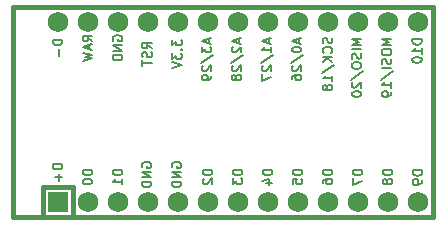
<source format=gbr>
%TF.GenerationSoftware,KiCad,Pcbnew,9.0.2*%
%TF.CreationDate,2025-05-12T22:42:14-05:00*%
%TF.ProjectId,excelsior,65786365-6c73-4696-9f72-2e6b69636164,rev?*%
%TF.SameCoordinates,Original*%
%TF.FileFunction,Legend,Bot*%
%TF.FilePolarity,Positive*%
%FSLAX46Y46*%
G04 Gerber Fmt 4.6, Leading zero omitted, Abs format (unit mm)*
G04 Created by KiCad (PCBNEW 9.0.2) date 2025-05-12 22:42:14*
%MOMM*%
%LPD*%
G01*
G04 APERTURE LIST*
%ADD10C,0.150000*%
%ADD11C,0.381000*%
%ADD12C,1.752600*%
%ADD13R,1.752600X1.752600*%
G04 APERTURE END LIST*
D10*
X132611495Y-27583505D02*
X132230542Y-27316838D01*
X132611495Y-27126362D02*
X131811495Y-27126362D01*
X131811495Y-27126362D02*
X131811495Y-27431124D01*
X131811495Y-27431124D02*
X131849590Y-27507314D01*
X131849590Y-27507314D02*
X131887685Y-27545409D01*
X131887685Y-27545409D02*
X131963876Y-27583505D01*
X131963876Y-27583505D02*
X132078161Y-27583505D01*
X132078161Y-27583505D02*
X132154352Y-27545409D01*
X132154352Y-27545409D02*
X132192447Y-27507314D01*
X132192447Y-27507314D02*
X132230542Y-27431124D01*
X132230542Y-27431124D02*
X132230542Y-27126362D01*
X132573400Y-27888266D02*
X132611495Y-28002552D01*
X132611495Y-28002552D02*
X132611495Y-28193028D01*
X132611495Y-28193028D02*
X132573400Y-28269219D01*
X132573400Y-28269219D02*
X132535304Y-28307314D01*
X132535304Y-28307314D02*
X132459114Y-28345409D01*
X132459114Y-28345409D02*
X132382923Y-28345409D01*
X132382923Y-28345409D02*
X132306733Y-28307314D01*
X132306733Y-28307314D02*
X132268638Y-28269219D01*
X132268638Y-28269219D02*
X132230542Y-28193028D01*
X132230542Y-28193028D02*
X132192447Y-28040647D01*
X132192447Y-28040647D02*
X132154352Y-27964457D01*
X132154352Y-27964457D02*
X132116257Y-27926362D01*
X132116257Y-27926362D02*
X132040066Y-27888266D01*
X132040066Y-27888266D02*
X131963876Y-27888266D01*
X131963876Y-27888266D02*
X131887685Y-27926362D01*
X131887685Y-27926362D02*
X131849590Y-27964457D01*
X131849590Y-27964457D02*
X131811495Y-28040647D01*
X131811495Y-28040647D02*
X131811495Y-28231124D01*
X131811495Y-28231124D02*
X131849590Y-28345409D01*
X131811495Y-28573981D02*
X131811495Y-29031124D01*
X132611495Y-28802552D02*
X131811495Y-28802552D01*
X152906095Y-26751905D02*
X152106095Y-26751905D01*
X152106095Y-26751905D02*
X152677523Y-27018571D01*
X152677523Y-27018571D02*
X152106095Y-27285238D01*
X152106095Y-27285238D02*
X152906095Y-27285238D01*
X152106095Y-27818572D02*
X152106095Y-27970953D01*
X152106095Y-27970953D02*
X152144190Y-28047143D01*
X152144190Y-28047143D02*
X152220380Y-28123334D01*
X152220380Y-28123334D02*
X152372761Y-28161429D01*
X152372761Y-28161429D02*
X152639428Y-28161429D01*
X152639428Y-28161429D02*
X152791809Y-28123334D01*
X152791809Y-28123334D02*
X152868000Y-28047143D01*
X152868000Y-28047143D02*
X152906095Y-27970953D01*
X152906095Y-27970953D02*
X152906095Y-27818572D01*
X152906095Y-27818572D02*
X152868000Y-27742381D01*
X152868000Y-27742381D02*
X152791809Y-27666191D01*
X152791809Y-27666191D02*
X152639428Y-27628095D01*
X152639428Y-27628095D02*
X152372761Y-27628095D01*
X152372761Y-27628095D02*
X152220380Y-27666191D01*
X152220380Y-27666191D02*
X152144190Y-27742381D01*
X152144190Y-27742381D02*
X152106095Y-27818572D01*
X152868000Y-28466190D02*
X152906095Y-28580476D01*
X152906095Y-28580476D02*
X152906095Y-28770952D01*
X152906095Y-28770952D02*
X152868000Y-28847143D01*
X152868000Y-28847143D02*
X152829904Y-28885238D01*
X152829904Y-28885238D02*
X152753714Y-28923333D01*
X152753714Y-28923333D02*
X152677523Y-28923333D01*
X152677523Y-28923333D02*
X152601333Y-28885238D01*
X152601333Y-28885238D02*
X152563238Y-28847143D01*
X152563238Y-28847143D02*
X152525142Y-28770952D01*
X152525142Y-28770952D02*
X152487047Y-28618571D01*
X152487047Y-28618571D02*
X152448952Y-28542381D01*
X152448952Y-28542381D02*
X152410857Y-28504286D01*
X152410857Y-28504286D02*
X152334666Y-28466190D01*
X152334666Y-28466190D02*
X152258476Y-28466190D01*
X152258476Y-28466190D02*
X152182285Y-28504286D01*
X152182285Y-28504286D02*
X152144190Y-28542381D01*
X152144190Y-28542381D02*
X152106095Y-28618571D01*
X152106095Y-28618571D02*
X152106095Y-28809048D01*
X152106095Y-28809048D02*
X152144190Y-28923333D01*
X152906095Y-29266191D02*
X152106095Y-29266191D01*
X152068000Y-30218571D02*
X153096571Y-29532857D01*
X152906095Y-30904285D02*
X152906095Y-30447142D01*
X152906095Y-30675714D02*
X152106095Y-30675714D01*
X152106095Y-30675714D02*
X152220380Y-30599523D01*
X152220380Y-30599523D02*
X152296571Y-30523333D01*
X152296571Y-30523333D02*
X152334666Y-30447142D01*
X152906095Y-31285238D02*
X152906095Y-31437619D01*
X152906095Y-31437619D02*
X152868000Y-31513809D01*
X152868000Y-31513809D02*
X152829904Y-31551905D01*
X152829904Y-31551905D02*
X152715619Y-31628095D01*
X152715619Y-31628095D02*
X152563238Y-31666190D01*
X152563238Y-31666190D02*
X152258476Y-31666190D01*
X152258476Y-31666190D02*
X152182285Y-31628095D01*
X152182285Y-31628095D02*
X152144190Y-31590000D01*
X152144190Y-31590000D02*
X152106095Y-31513809D01*
X152106095Y-31513809D02*
X152106095Y-31361428D01*
X152106095Y-31361428D02*
X152144190Y-31285238D01*
X152144190Y-31285238D02*
X152182285Y-31247143D01*
X152182285Y-31247143D02*
X152258476Y-31209047D01*
X152258476Y-31209047D02*
X152448952Y-31209047D01*
X152448952Y-31209047D02*
X152525142Y-31247143D01*
X152525142Y-31247143D02*
X152563238Y-31285238D01*
X152563238Y-31285238D02*
X152601333Y-31361428D01*
X152601333Y-31361428D02*
X152601333Y-31513809D01*
X152601333Y-31513809D02*
X152563238Y-31590000D01*
X152563238Y-31590000D02*
X152525142Y-31628095D01*
X152525142Y-31628095D02*
X152448952Y-31666190D01*
X134351495Y-26840647D02*
X134351495Y-27335885D01*
X134351495Y-27335885D02*
X134656257Y-27069219D01*
X134656257Y-27069219D02*
X134656257Y-27183504D01*
X134656257Y-27183504D02*
X134694352Y-27259695D01*
X134694352Y-27259695D02*
X134732447Y-27297790D01*
X134732447Y-27297790D02*
X134808638Y-27335885D01*
X134808638Y-27335885D02*
X134999114Y-27335885D01*
X134999114Y-27335885D02*
X135075304Y-27297790D01*
X135075304Y-27297790D02*
X135113400Y-27259695D01*
X135113400Y-27259695D02*
X135151495Y-27183504D01*
X135151495Y-27183504D02*
X135151495Y-26954933D01*
X135151495Y-26954933D02*
X135113400Y-26878742D01*
X135113400Y-26878742D02*
X135075304Y-26840647D01*
X135075304Y-27678743D02*
X135113400Y-27716838D01*
X135113400Y-27716838D02*
X135151495Y-27678743D01*
X135151495Y-27678743D02*
X135113400Y-27640647D01*
X135113400Y-27640647D02*
X135075304Y-27678743D01*
X135075304Y-27678743D02*
X135151495Y-27678743D01*
X134351495Y-27983504D02*
X134351495Y-28478742D01*
X134351495Y-28478742D02*
X134656257Y-28212076D01*
X134656257Y-28212076D02*
X134656257Y-28326361D01*
X134656257Y-28326361D02*
X134694352Y-28402552D01*
X134694352Y-28402552D02*
X134732447Y-28440647D01*
X134732447Y-28440647D02*
X134808638Y-28478742D01*
X134808638Y-28478742D02*
X134999114Y-28478742D01*
X134999114Y-28478742D02*
X135075304Y-28440647D01*
X135075304Y-28440647D02*
X135113400Y-28402552D01*
X135113400Y-28402552D02*
X135151495Y-28326361D01*
X135151495Y-28326361D02*
X135151495Y-28097790D01*
X135151495Y-28097790D02*
X135113400Y-28021599D01*
X135113400Y-28021599D02*
X135075304Y-27983504D01*
X134351495Y-28707314D02*
X135151495Y-28973981D01*
X135151495Y-28973981D02*
X134351495Y-29240647D01*
X127582295Y-26986619D02*
X127201342Y-26719952D01*
X127582295Y-26529476D02*
X126782295Y-26529476D01*
X126782295Y-26529476D02*
X126782295Y-26834238D01*
X126782295Y-26834238D02*
X126820390Y-26910428D01*
X126820390Y-26910428D02*
X126858485Y-26948523D01*
X126858485Y-26948523D02*
X126934676Y-26986619D01*
X126934676Y-26986619D02*
X127048961Y-26986619D01*
X127048961Y-26986619D02*
X127125152Y-26948523D01*
X127125152Y-26948523D02*
X127163247Y-26910428D01*
X127163247Y-26910428D02*
X127201342Y-26834238D01*
X127201342Y-26834238D02*
X127201342Y-26529476D01*
X127353723Y-27291380D02*
X127353723Y-27672333D01*
X127582295Y-27215190D02*
X126782295Y-27481857D01*
X126782295Y-27481857D02*
X127582295Y-27748523D01*
X126782295Y-27938999D02*
X127582295Y-28129475D01*
X127582295Y-28129475D02*
X127010866Y-28281856D01*
X127010866Y-28281856D02*
X127582295Y-28434237D01*
X127582295Y-28434237D02*
X126782295Y-28624714D01*
X147902295Y-37870524D02*
X147102295Y-37870524D01*
X147102295Y-37870524D02*
X147102295Y-38061000D01*
X147102295Y-38061000D02*
X147140390Y-38175286D01*
X147140390Y-38175286D02*
X147216580Y-38251476D01*
X147216580Y-38251476D02*
X147292771Y-38289571D01*
X147292771Y-38289571D02*
X147445152Y-38327667D01*
X147445152Y-38327667D02*
X147559438Y-38327667D01*
X147559438Y-38327667D02*
X147711819Y-38289571D01*
X147711819Y-38289571D02*
X147788009Y-38251476D01*
X147788009Y-38251476D02*
X147864200Y-38175286D01*
X147864200Y-38175286D02*
X147902295Y-38061000D01*
X147902295Y-38061000D02*
X147902295Y-37870524D01*
X147102295Y-39013381D02*
X147102295Y-38861000D01*
X147102295Y-38861000D02*
X147140390Y-38784809D01*
X147140390Y-38784809D02*
X147178485Y-38746714D01*
X147178485Y-38746714D02*
X147292771Y-38670524D01*
X147292771Y-38670524D02*
X147445152Y-38632428D01*
X147445152Y-38632428D02*
X147749914Y-38632428D01*
X147749914Y-38632428D02*
X147826104Y-38670524D01*
X147826104Y-38670524D02*
X147864200Y-38708619D01*
X147864200Y-38708619D02*
X147902295Y-38784809D01*
X147902295Y-38784809D02*
X147902295Y-38937190D01*
X147902295Y-38937190D02*
X147864200Y-39013381D01*
X147864200Y-39013381D02*
X147826104Y-39051476D01*
X147826104Y-39051476D02*
X147749914Y-39089571D01*
X147749914Y-39089571D02*
X147559438Y-39089571D01*
X147559438Y-39089571D02*
X147483247Y-39051476D01*
X147483247Y-39051476D02*
X147445152Y-39013381D01*
X147445152Y-39013381D02*
X147407057Y-38937190D01*
X147407057Y-38937190D02*
X147407057Y-38784809D01*
X147407057Y-38784809D02*
X147445152Y-38708619D01*
X147445152Y-38708619D02*
X147483247Y-38670524D01*
X147483247Y-38670524D02*
X147559438Y-38632428D01*
X137437523Y-26777218D02*
X137437523Y-27158171D01*
X137666095Y-26701028D02*
X136866095Y-26967695D01*
X136866095Y-26967695D02*
X137666095Y-27234361D01*
X136866095Y-27424837D02*
X136866095Y-27920075D01*
X136866095Y-27920075D02*
X137170857Y-27653409D01*
X137170857Y-27653409D02*
X137170857Y-27767694D01*
X137170857Y-27767694D02*
X137208952Y-27843885D01*
X137208952Y-27843885D02*
X137247047Y-27881980D01*
X137247047Y-27881980D02*
X137323238Y-27920075D01*
X137323238Y-27920075D02*
X137513714Y-27920075D01*
X137513714Y-27920075D02*
X137589904Y-27881980D01*
X137589904Y-27881980D02*
X137628000Y-27843885D01*
X137628000Y-27843885D02*
X137666095Y-27767694D01*
X137666095Y-27767694D02*
X137666095Y-27539123D01*
X137666095Y-27539123D02*
X137628000Y-27462932D01*
X137628000Y-27462932D02*
X137589904Y-27424837D01*
X136828000Y-28834361D02*
X137856571Y-28148647D01*
X136942285Y-29062932D02*
X136904190Y-29101028D01*
X136904190Y-29101028D02*
X136866095Y-29177218D01*
X136866095Y-29177218D02*
X136866095Y-29367694D01*
X136866095Y-29367694D02*
X136904190Y-29443885D01*
X136904190Y-29443885D02*
X136942285Y-29481980D01*
X136942285Y-29481980D02*
X137018476Y-29520075D01*
X137018476Y-29520075D02*
X137094666Y-29520075D01*
X137094666Y-29520075D02*
X137208952Y-29481980D01*
X137208952Y-29481980D02*
X137666095Y-29024837D01*
X137666095Y-29024837D02*
X137666095Y-29520075D01*
X137666095Y-29901028D02*
X137666095Y-30053409D01*
X137666095Y-30053409D02*
X137628000Y-30129599D01*
X137628000Y-30129599D02*
X137589904Y-30167695D01*
X137589904Y-30167695D02*
X137475619Y-30243885D01*
X137475619Y-30243885D02*
X137323238Y-30281980D01*
X137323238Y-30281980D02*
X137018476Y-30281980D01*
X137018476Y-30281980D02*
X136942285Y-30243885D01*
X136942285Y-30243885D02*
X136904190Y-30205790D01*
X136904190Y-30205790D02*
X136866095Y-30129599D01*
X136866095Y-30129599D02*
X136866095Y-29977218D01*
X136866095Y-29977218D02*
X136904190Y-29901028D01*
X136904190Y-29901028D02*
X136942285Y-29862933D01*
X136942285Y-29862933D02*
X137018476Y-29824837D01*
X137018476Y-29824837D02*
X137208952Y-29824837D01*
X137208952Y-29824837D02*
X137285142Y-29862933D01*
X137285142Y-29862933D02*
X137323238Y-29901028D01*
X137323238Y-29901028D02*
X137361333Y-29977218D01*
X137361333Y-29977218D02*
X137361333Y-30129599D01*
X137361333Y-30129599D02*
X137323238Y-30205790D01*
X137323238Y-30205790D02*
X137285142Y-30243885D01*
X137285142Y-30243885D02*
X137208952Y-30281980D01*
X145057523Y-26777218D02*
X145057523Y-27158171D01*
X145286095Y-26701028D02*
X144486095Y-26967695D01*
X144486095Y-26967695D02*
X145286095Y-27234361D01*
X144486095Y-27653409D02*
X144486095Y-27729599D01*
X144486095Y-27729599D02*
X144524190Y-27805790D01*
X144524190Y-27805790D02*
X144562285Y-27843885D01*
X144562285Y-27843885D02*
X144638476Y-27881980D01*
X144638476Y-27881980D02*
X144790857Y-27920075D01*
X144790857Y-27920075D02*
X144981333Y-27920075D01*
X144981333Y-27920075D02*
X145133714Y-27881980D01*
X145133714Y-27881980D02*
X145209904Y-27843885D01*
X145209904Y-27843885D02*
X145248000Y-27805790D01*
X145248000Y-27805790D02*
X145286095Y-27729599D01*
X145286095Y-27729599D02*
X145286095Y-27653409D01*
X145286095Y-27653409D02*
X145248000Y-27577218D01*
X145248000Y-27577218D02*
X145209904Y-27539123D01*
X145209904Y-27539123D02*
X145133714Y-27501028D01*
X145133714Y-27501028D02*
X144981333Y-27462932D01*
X144981333Y-27462932D02*
X144790857Y-27462932D01*
X144790857Y-27462932D02*
X144638476Y-27501028D01*
X144638476Y-27501028D02*
X144562285Y-27539123D01*
X144562285Y-27539123D02*
X144524190Y-27577218D01*
X144524190Y-27577218D02*
X144486095Y-27653409D01*
X144448000Y-28834361D02*
X145476571Y-28148647D01*
X144562285Y-29062932D02*
X144524190Y-29101028D01*
X144524190Y-29101028D02*
X144486095Y-29177218D01*
X144486095Y-29177218D02*
X144486095Y-29367694D01*
X144486095Y-29367694D02*
X144524190Y-29443885D01*
X144524190Y-29443885D02*
X144562285Y-29481980D01*
X144562285Y-29481980D02*
X144638476Y-29520075D01*
X144638476Y-29520075D02*
X144714666Y-29520075D01*
X144714666Y-29520075D02*
X144828952Y-29481980D01*
X144828952Y-29481980D02*
X145286095Y-29024837D01*
X145286095Y-29024837D02*
X145286095Y-29520075D01*
X144486095Y-30205790D02*
X144486095Y-30053409D01*
X144486095Y-30053409D02*
X144524190Y-29977218D01*
X144524190Y-29977218D02*
X144562285Y-29939123D01*
X144562285Y-29939123D02*
X144676571Y-29862933D01*
X144676571Y-29862933D02*
X144828952Y-29824837D01*
X144828952Y-29824837D02*
X145133714Y-29824837D01*
X145133714Y-29824837D02*
X145209904Y-29862933D01*
X145209904Y-29862933D02*
X145248000Y-29901028D01*
X145248000Y-29901028D02*
X145286095Y-29977218D01*
X145286095Y-29977218D02*
X145286095Y-30129599D01*
X145286095Y-30129599D02*
X145248000Y-30205790D01*
X145248000Y-30205790D02*
X145209904Y-30243885D01*
X145209904Y-30243885D02*
X145133714Y-30281980D01*
X145133714Y-30281980D02*
X144943238Y-30281980D01*
X144943238Y-30281980D02*
X144867047Y-30243885D01*
X144867047Y-30243885D02*
X144828952Y-30205790D01*
X144828952Y-30205790D02*
X144790857Y-30129599D01*
X144790857Y-30129599D02*
X144790857Y-29977218D01*
X144790857Y-29977218D02*
X144828952Y-29901028D01*
X144828952Y-29901028D02*
X144867047Y-29862933D01*
X144867047Y-29862933D02*
X144943238Y-29824837D01*
X130122295Y-37870524D02*
X129322295Y-37870524D01*
X129322295Y-37870524D02*
X129322295Y-38061000D01*
X129322295Y-38061000D02*
X129360390Y-38175286D01*
X129360390Y-38175286D02*
X129436580Y-38251476D01*
X129436580Y-38251476D02*
X129512771Y-38289571D01*
X129512771Y-38289571D02*
X129665152Y-38327667D01*
X129665152Y-38327667D02*
X129779438Y-38327667D01*
X129779438Y-38327667D02*
X129931819Y-38289571D01*
X129931819Y-38289571D02*
X130008009Y-38251476D01*
X130008009Y-38251476D02*
X130084200Y-38175286D01*
X130084200Y-38175286D02*
X130122295Y-38061000D01*
X130122295Y-38061000D02*
X130122295Y-37870524D01*
X130122295Y-39089571D02*
X130122295Y-38632428D01*
X130122295Y-38861000D02*
X129322295Y-38861000D01*
X129322295Y-38861000D02*
X129436580Y-38784809D01*
X129436580Y-38784809D02*
X129512771Y-38708619D01*
X129512771Y-38708619D02*
X129550866Y-38632428D01*
X125042295Y-37375238D02*
X124242295Y-37375238D01*
X124242295Y-37375238D02*
X124242295Y-37565714D01*
X124242295Y-37565714D02*
X124280390Y-37680000D01*
X124280390Y-37680000D02*
X124356580Y-37756190D01*
X124356580Y-37756190D02*
X124432771Y-37794285D01*
X124432771Y-37794285D02*
X124585152Y-37832381D01*
X124585152Y-37832381D02*
X124699438Y-37832381D01*
X124699438Y-37832381D02*
X124851819Y-37794285D01*
X124851819Y-37794285D02*
X124928009Y-37756190D01*
X124928009Y-37756190D02*
X125004200Y-37680000D01*
X125004200Y-37680000D02*
X125042295Y-37565714D01*
X125042295Y-37565714D02*
X125042295Y-37375238D01*
X124737533Y-38175238D02*
X124737533Y-38784762D01*
X125042295Y-38480000D02*
X124432771Y-38480000D01*
X145362295Y-37870524D02*
X144562295Y-37870524D01*
X144562295Y-37870524D02*
X144562295Y-38061000D01*
X144562295Y-38061000D02*
X144600390Y-38175286D01*
X144600390Y-38175286D02*
X144676580Y-38251476D01*
X144676580Y-38251476D02*
X144752771Y-38289571D01*
X144752771Y-38289571D02*
X144905152Y-38327667D01*
X144905152Y-38327667D02*
X145019438Y-38327667D01*
X145019438Y-38327667D02*
X145171819Y-38289571D01*
X145171819Y-38289571D02*
X145248009Y-38251476D01*
X145248009Y-38251476D02*
X145324200Y-38175286D01*
X145324200Y-38175286D02*
X145362295Y-38061000D01*
X145362295Y-38061000D02*
X145362295Y-37870524D01*
X144562295Y-39051476D02*
X144562295Y-38670524D01*
X144562295Y-38670524D02*
X144943247Y-38632428D01*
X144943247Y-38632428D02*
X144905152Y-38670524D01*
X144905152Y-38670524D02*
X144867057Y-38746714D01*
X144867057Y-38746714D02*
X144867057Y-38937190D01*
X144867057Y-38937190D02*
X144905152Y-39013381D01*
X144905152Y-39013381D02*
X144943247Y-39051476D01*
X144943247Y-39051476D02*
X145019438Y-39089571D01*
X145019438Y-39089571D02*
X145209914Y-39089571D01*
X145209914Y-39089571D02*
X145286104Y-39051476D01*
X145286104Y-39051476D02*
X145324200Y-39013381D01*
X145324200Y-39013381D02*
X145362295Y-38937190D01*
X145362295Y-38937190D02*
X145362295Y-38746714D01*
X145362295Y-38746714D02*
X145324200Y-38670524D01*
X145324200Y-38670524D02*
X145286104Y-38632428D01*
X137742295Y-37870524D02*
X136942295Y-37870524D01*
X136942295Y-37870524D02*
X136942295Y-38061000D01*
X136942295Y-38061000D02*
X136980390Y-38175286D01*
X136980390Y-38175286D02*
X137056580Y-38251476D01*
X137056580Y-38251476D02*
X137132771Y-38289571D01*
X137132771Y-38289571D02*
X137285152Y-38327667D01*
X137285152Y-38327667D02*
X137399438Y-38327667D01*
X137399438Y-38327667D02*
X137551819Y-38289571D01*
X137551819Y-38289571D02*
X137628009Y-38251476D01*
X137628009Y-38251476D02*
X137704200Y-38175286D01*
X137704200Y-38175286D02*
X137742295Y-38061000D01*
X137742295Y-38061000D02*
X137742295Y-37870524D01*
X137018485Y-38632428D02*
X136980390Y-38670524D01*
X136980390Y-38670524D02*
X136942295Y-38746714D01*
X136942295Y-38746714D02*
X136942295Y-38937190D01*
X136942295Y-38937190D02*
X136980390Y-39013381D01*
X136980390Y-39013381D02*
X137018485Y-39051476D01*
X137018485Y-39051476D02*
X137094676Y-39089571D01*
X137094676Y-39089571D02*
X137170866Y-39089571D01*
X137170866Y-39089571D02*
X137285152Y-39051476D01*
X137285152Y-39051476D02*
X137742295Y-38594333D01*
X137742295Y-38594333D02*
X137742295Y-39089571D01*
X131824190Y-37648276D02*
X131786095Y-37572086D01*
X131786095Y-37572086D02*
X131786095Y-37457800D01*
X131786095Y-37457800D02*
X131824190Y-37343514D01*
X131824190Y-37343514D02*
X131900380Y-37267324D01*
X131900380Y-37267324D02*
X131976571Y-37229229D01*
X131976571Y-37229229D02*
X132128952Y-37191133D01*
X132128952Y-37191133D02*
X132243238Y-37191133D01*
X132243238Y-37191133D02*
X132395619Y-37229229D01*
X132395619Y-37229229D02*
X132471809Y-37267324D01*
X132471809Y-37267324D02*
X132548000Y-37343514D01*
X132548000Y-37343514D02*
X132586095Y-37457800D01*
X132586095Y-37457800D02*
X132586095Y-37533991D01*
X132586095Y-37533991D02*
X132548000Y-37648276D01*
X132548000Y-37648276D02*
X132509904Y-37686372D01*
X132509904Y-37686372D02*
X132243238Y-37686372D01*
X132243238Y-37686372D02*
X132243238Y-37533991D01*
X132586095Y-38029229D02*
X131786095Y-38029229D01*
X131786095Y-38029229D02*
X132586095Y-38486372D01*
X132586095Y-38486372D02*
X131786095Y-38486372D01*
X132586095Y-38867324D02*
X131786095Y-38867324D01*
X131786095Y-38867324D02*
X131786095Y-39057800D01*
X131786095Y-39057800D02*
X131824190Y-39172086D01*
X131824190Y-39172086D02*
X131900380Y-39248276D01*
X131900380Y-39248276D02*
X131976571Y-39286371D01*
X131976571Y-39286371D02*
X132128952Y-39324467D01*
X132128952Y-39324467D02*
X132243238Y-39324467D01*
X132243238Y-39324467D02*
X132395619Y-39286371D01*
X132395619Y-39286371D02*
X132471809Y-39248276D01*
X132471809Y-39248276D02*
X132548000Y-39172086D01*
X132548000Y-39172086D02*
X132586095Y-39057800D01*
X132586095Y-39057800D02*
X132586095Y-38867324D01*
X150366095Y-26751905D02*
X149566095Y-26751905D01*
X149566095Y-26751905D02*
X150137523Y-27018571D01*
X150137523Y-27018571D02*
X149566095Y-27285238D01*
X149566095Y-27285238D02*
X150366095Y-27285238D01*
X150366095Y-27666191D02*
X149566095Y-27666191D01*
X150328000Y-28009047D02*
X150366095Y-28123333D01*
X150366095Y-28123333D02*
X150366095Y-28313809D01*
X150366095Y-28313809D02*
X150328000Y-28390000D01*
X150328000Y-28390000D02*
X150289904Y-28428095D01*
X150289904Y-28428095D02*
X150213714Y-28466190D01*
X150213714Y-28466190D02*
X150137523Y-28466190D01*
X150137523Y-28466190D02*
X150061333Y-28428095D01*
X150061333Y-28428095D02*
X150023238Y-28390000D01*
X150023238Y-28390000D02*
X149985142Y-28313809D01*
X149985142Y-28313809D02*
X149947047Y-28161428D01*
X149947047Y-28161428D02*
X149908952Y-28085238D01*
X149908952Y-28085238D02*
X149870857Y-28047143D01*
X149870857Y-28047143D02*
X149794666Y-28009047D01*
X149794666Y-28009047D02*
X149718476Y-28009047D01*
X149718476Y-28009047D02*
X149642285Y-28047143D01*
X149642285Y-28047143D02*
X149604190Y-28085238D01*
X149604190Y-28085238D02*
X149566095Y-28161428D01*
X149566095Y-28161428D02*
X149566095Y-28351905D01*
X149566095Y-28351905D02*
X149604190Y-28466190D01*
X149566095Y-28961429D02*
X149566095Y-29113810D01*
X149566095Y-29113810D02*
X149604190Y-29190000D01*
X149604190Y-29190000D02*
X149680380Y-29266191D01*
X149680380Y-29266191D02*
X149832761Y-29304286D01*
X149832761Y-29304286D02*
X150099428Y-29304286D01*
X150099428Y-29304286D02*
X150251809Y-29266191D01*
X150251809Y-29266191D02*
X150328000Y-29190000D01*
X150328000Y-29190000D02*
X150366095Y-29113810D01*
X150366095Y-29113810D02*
X150366095Y-28961429D01*
X150366095Y-28961429D02*
X150328000Y-28885238D01*
X150328000Y-28885238D02*
X150251809Y-28809048D01*
X150251809Y-28809048D02*
X150099428Y-28770952D01*
X150099428Y-28770952D02*
X149832761Y-28770952D01*
X149832761Y-28770952D02*
X149680380Y-28809048D01*
X149680380Y-28809048D02*
X149604190Y-28885238D01*
X149604190Y-28885238D02*
X149566095Y-28961429D01*
X149528000Y-30218571D02*
X150556571Y-29532857D01*
X149642285Y-30447142D02*
X149604190Y-30485238D01*
X149604190Y-30485238D02*
X149566095Y-30561428D01*
X149566095Y-30561428D02*
X149566095Y-30751904D01*
X149566095Y-30751904D02*
X149604190Y-30828095D01*
X149604190Y-30828095D02*
X149642285Y-30866190D01*
X149642285Y-30866190D02*
X149718476Y-30904285D01*
X149718476Y-30904285D02*
X149794666Y-30904285D01*
X149794666Y-30904285D02*
X149908952Y-30866190D01*
X149908952Y-30866190D02*
X150366095Y-30409047D01*
X150366095Y-30409047D02*
X150366095Y-30904285D01*
X149566095Y-31399524D02*
X149566095Y-31475714D01*
X149566095Y-31475714D02*
X149604190Y-31551905D01*
X149604190Y-31551905D02*
X149642285Y-31590000D01*
X149642285Y-31590000D02*
X149718476Y-31628095D01*
X149718476Y-31628095D02*
X149870857Y-31666190D01*
X149870857Y-31666190D02*
X150061333Y-31666190D01*
X150061333Y-31666190D02*
X150213714Y-31628095D01*
X150213714Y-31628095D02*
X150289904Y-31590000D01*
X150289904Y-31590000D02*
X150328000Y-31551905D01*
X150328000Y-31551905D02*
X150366095Y-31475714D01*
X150366095Y-31475714D02*
X150366095Y-31399524D01*
X150366095Y-31399524D02*
X150328000Y-31323333D01*
X150328000Y-31323333D02*
X150289904Y-31285238D01*
X150289904Y-31285238D02*
X150213714Y-31247143D01*
X150213714Y-31247143D02*
X150061333Y-31209047D01*
X150061333Y-31209047D02*
X149870857Y-31209047D01*
X149870857Y-31209047D02*
X149718476Y-31247143D01*
X149718476Y-31247143D02*
X149642285Y-31285238D01*
X149642285Y-31285238D02*
X149604190Y-31323333D01*
X149604190Y-31323333D02*
X149566095Y-31399524D01*
X155496895Y-26796171D02*
X154696895Y-26796171D01*
X154696895Y-26796171D02*
X154696895Y-26986647D01*
X154696895Y-26986647D02*
X154734990Y-27100933D01*
X154734990Y-27100933D02*
X154811180Y-27177123D01*
X154811180Y-27177123D02*
X154887371Y-27215218D01*
X154887371Y-27215218D02*
X155039752Y-27253314D01*
X155039752Y-27253314D02*
X155154038Y-27253314D01*
X155154038Y-27253314D02*
X155306419Y-27215218D01*
X155306419Y-27215218D02*
X155382609Y-27177123D01*
X155382609Y-27177123D02*
X155458800Y-27100933D01*
X155458800Y-27100933D02*
X155496895Y-26986647D01*
X155496895Y-26986647D02*
X155496895Y-26796171D01*
X155496895Y-28015218D02*
X155496895Y-27558075D01*
X155496895Y-27786647D02*
X154696895Y-27786647D01*
X154696895Y-27786647D02*
X154811180Y-27710456D01*
X154811180Y-27710456D02*
X154887371Y-27634266D01*
X154887371Y-27634266D02*
X154925466Y-27558075D01*
X154696895Y-28510457D02*
X154696895Y-28586647D01*
X154696895Y-28586647D02*
X154734990Y-28662838D01*
X154734990Y-28662838D02*
X154773085Y-28700933D01*
X154773085Y-28700933D02*
X154849276Y-28739028D01*
X154849276Y-28739028D02*
X155001657Y-28777123D01*
X155001657Y-28777123D02*
X155192133Y-28777123D01*
X155192133Y-28777123D02*
X155344514Y-28739028D01*
X155344514Y-28739028D02*
X155420704Y-28700933D01*
X155420704Y-28700933D02*
X155458800Y-28662838D01*
X155458800Y-28662838D02*
X155496895Y-28586647D01*
X155496895Y-28586647D02*
X155496895Y-28510457D01*
X155496895Y-28510457D02*
X155458800Y-28434266D01*
X155458800Y-28434266D02*
X155420704Y-28396171D01*
X155420704Y-28396171D02*
X155344514Y-28358076D01*
X155344514Y-28358076D02*
X155192133Y-28319980D01*
X155192133Y-28319980D02*
X155001657Y-28319980D01*
X155001657Y-28319980D02*
X154849276Y-28358076D01*
X154849276Y-28358076D02*
X154773085Y-28396171D01*
X154773085Y-28396171D02*
X154734990Y-28434266D01*
X154734990Y-28434266D02*
X154696895Y-28510457D01*
X129360390Y-26929476D02*
X129322295Y-26853286D01*
X129322295Y-26853286D02*
X129322295Y-26739000D01*
X129322295Y-26739000D02*
X129360390Y-26624714D01*
X129360390Y-26624714D02*
X129436580Y-26548524D01*
X129436580Y-26548524D02*
X129512771Y-26510429D01*
X129512771Y-26510429D02*
X129665152Y-26472333D01*
X129665152Y-26472333D02*
X129779438Y-26472333D01*
X129779438Y-26472333D02*
X129931819Y-26510429D01*
X129931819Y-26510429D02*
X130008009Y-26548524D01*
X130008009Y-26548524D02*
X130084200Y-26624714D01*
X130084200Y-26624714D02*
X130122295Y-26739000D01*
X130122295Y-26739000D02*
X130122295Y-26815191D01*
X130122295Y-26815191D02*
X130084200Y-26929476D01*
X130084200Y-26929476D02*
X130046104Y-26967572D01*
X130046104Y-26967572D02*
X129779438Y-26967572D01*
X129779438Y-26967572D02*
X129779438Y-26815191D01*
X130122295Y-27310429D02*
X129322295Y-27310429D01*
X129322295Y-27310429D02*
X130122295Y-27767572D01*
X130122295Y-27767572D02*
X129322295Y-27767572D01*
X130122295Y-28148524D02*
X129322295Y-28148524D01*
X129322295Y-28148524D02*
X129322295Y-28339000D01*
X129322295Y-28339000D02*
X129360390Y-28453286D01*
X129360390Y-28453286D02*
X129436580Y-28529476D01*
X129436580Y-28529476D02*
X129512771Y-28567571D01*
X129512771Y-28567571D02*
X129665152Y-28605667D01*
X129665152Y-28605667D02*
X129779438Y-28605667D01*
X129779438Y-28605667D02*
X129931819Y-28567571D01*
X129931819Y-28567571D02*
X130008009Y-28529476D01*
X130008009Y-28529476D02*
X130084200Y-28453286D01*
X130084200Y-28453286D02*
X130122295Y-28339000D01*
X130122295Y-28339000D02*
X130122295Y-28148524D01*
X134364190Y-37648276D02*
X134326095Y-37572086D01*
X134326095Y-37572086D02*
X134326095Y-37457800D01*
X134326095Y-37457800D02*
X134364190Y-37343514D01*
X134364190Y-37343514D02*
X134440380Y-37267324D01*
X134440380Y-37267324D02*
X134516571Y-37229229D01*
X134516571Y-37229229D02*
X134668952Y-37191133D01*
X134668952Y-37191133D02*
X134783238Y-37191133D01*
X134783238Y-37191133D02*
X134935619Y-37229229D01*
X134935619Y-37229229D02*
X135011809Y-37267324D01*
X135011809Y-37267324D02*
X135088000Y-37343514D01*
X135088000Y-37343514D02*
X135126095Y-37457800D01*
X135126095Y-37457800D02*
X135126095Y-37533991D01*
X135126095Y-37533991D02*
X135088000Y-37648276D01*
X135088000Y-37648276D02*
X135049904Y-37686372D01*
X135049904Y-37686372D02*
X134783238Y-37686372D01*
X134783238Y-37686372D02*
X134783238Y-37533991D01*
X135126095Y-38029229D02*
X134326095Y-38029229D01*
X134326095Y-38029229D02*
X135126095Y-38486372D01*
X135126095Y-38486372D02*
X134326095Y-38486372D01*
X135126095Y-38867324D02*
X134326095Y-38867324D01*
X134326095Y-38867324D02*
X134326095Y-39057800D01*
X134326095Y-39057800D02*
X134364190Y-39172086D01*
X134364190Y-39172086D02*
X134440380Y-39248276D01*
X134440380Y-39248276D02*
X134516571Y-39286371D01*
X134516571Y-39286371D02*
X134668952Y-39324467D01*
X134668952Y-39324467D02*
X134783238Y-39324467D01*
X134783238Y-39324467D02*
X134935619Y-39286371D01*
X134935619Y-39286371D02*
X135011809Y-39248276D01*
X135011809Y-39248276D02*
X135088000Y-39172086D01*
X135088000Y-39172086D02*
X135126095Y-39057800D01*
X135126095Y-39057800D02*
X135126095Y-38867324D01*
X152982295Y-37870524D02*
X152182295Y-37870524D01*
X152182295Y-37870524D02*
X152182295Y-38061000D01*
X152182295Y-38061000D02*
X152220390Y-38175286D01*
X152220390Y-38175286D02*
X152296580Y-38251476D01*
X152296580Y-38251476D02*
X152372771Y-38289571D01*
X152372771Y-38289571D02*
X152525152Y-38327667D01*
X152525152Y-38327667D02*
X152639438Y-38327667D01*
X152639438Y-38327667D02*
X152791819Y-38289571D01*
X152791819Y-38289571D02*
X152868009Y-38251476D01*
X152868009Y-38251476D02*
X152944200Y-38175286D01*
X152944200Y-38175286D02*
X152982295Y-38061000D01*
X152982295Y-38061000D02*
X152982295Y-37870524D01*
X152525152Y-38784809D02*
X152487057Y-38708619D01*
X152487057Y-38708619D02*
X152448961Y-38670524D01*
X152448961Y-38670524D02*
X152372771Y-38632428D01*
X152372771Y-38632428D02*
X152334676Y-38632428D01*
X152334676Y-38632428D02*
X152258485Y-38670524D01*
X152258485Y-38670524D02*
X152220390Y-38708619D01*
X152220390Y-38708619D02*
X152182295Y-38784809D01*
X152182295Y-38784809D02*
X152182295Y-38937190D01*
X152182295Y-38937190D02*
X152220390Y-39013381D01*
X152220390Y-39013381D02*
X152258485Y-39051476D01*
X152258485Y-39051476D02*
X152334676Y-39089571D01*
X152334676Y-39089571D02*
X152372771Y-39089571D01*
X152372771Y-39089571D02*
X152448961Y-39051476D01*
X152448961Y-39051476D02*
X152487057Y-39013381D01*
X152487057Y-39013381D02*
X152525152Y-38937190D01*
X152525152Y-38937190D02*
X152525152Y-38784809D01*
X152525152Y-38784809D02*
X152563247Y-38708619D01*
X152563247Y-38708619D02*
X152601342Y-38670524D01*
X152601342Y-38670524D02*
X152677533Y-38632428D01*
X152677533Y-38632428D02*
X152829914Y-38632428D01*
X152829914Y-38632428D02*
X152906104Y-38670524D01*
X152906104Y-38670524D02*
X152944200Y-38708619D01*
X152944200Y-38708619D02*
X152982295Y-38784809D01*
X152982295Y-38784809D02*
X152982295Y-38937190D01*
X152982295Y-38937190D02*
X152944200Y-39013381D01*
X152944200Y-39013381D02*
X152906104Y-39051476D01*
X152906104Y-39051476D02*
X152829914Y-39089571D01*
X152829914Y-39089571D02*
X152677533Y-39089571D01*
X152677533Y-39089571D02*
X152601342Y-39051476D01*
X152601342Y-39051476D02*
X152563247Y-39013381D01*
X152563247Y-39013381D02*
X152525152Y-38937190D01*
X150442295Y-37870524D02*
X149642295Y-37870524D01*
X149642295Y-37870524D02*
X149642295Y-38061000D01*
X149642295Y-38061000D02*
X149680390Y-38175286D01*
X149680390Y-38175286D02*
X149756580Y-38251476D01*
X149756580Y-38251476D02*
X149832771Y-38289571D01*
X149832771Y-38289571D02*
X149985152Y-38327667D01*
X149985152Y-38327667D02*
X150099438Y-38327667D01*
X150099438Y-38327667D02*
X150251819Y-38289571D01*
X150251819Y-38289571D02*
X150328009Y-38251476D01*
X150328009Y-38251476D02*
X150404200Y-38175286D01*
X150404200Y-38175286D02*
X150442295Y-38061000D01*
X150442295Y-38061000D02*
X150442295Y-37870524D01*
X149642295Y-38594333D02*
X149642295Y-39127667D01*
X149642295Y-39127667D02*
X150442295Y-38784809D01*
X125042295Y-26834238D02*
X124242295Y-26834238D01*
X124242295Y-26834238D02*
X124242295Y-27024714D01*
X124242295Y-27024714D02*
X124280390Y-27139000D01*
X124280390Y-27139000D02*
X124356580Y-27215190D01*
X124356580Y-27215190D02*
X124432771Y-27253285D01*
X124432771Y-27253285D02*
X124585152Y-27291381D01*
X124585152Y-27291381D02*
X124699438Y-27291381D01*
X124699438Y-27291381D02*
X124851819Y-27253285D01*
X124851819Y-27253285D02*
X124928009Y-27215190D01*
X124928009Y-27215190D02*
X125004200Y-27139000D01*
X125004200Y-27139000D02*
X125042295Y-27024714D01*
X125042295Y-27024714D02*
X125042295Y-26834238D01*
X124737533Y-27634238D02*
X124737533Y-28243762D01*
X127582295Y-37870524D02*
X126782295Y-37870524D01*
X126782295Y-37870524D02*
X126782295Y-38061000D01*
X126782295Y-38061000D02*
X126820390Y-38175286D01*
X126820390Y-38175286D02*
X126896580Y-38251476D01*
X126896580Y-38251476D02*
X126972771Y-38289571D01*
X126972771Y-38289571D02*
X127125152Y-38327667D01*
X127125152Y-38327667D02*
X127239438Y-38327667D01*
X127239438Y-38327667D02*
X127391819Y-38289571D01*
X127391819Y-38289571D02*
X127468009Y-38251476D01*
X127468009Y-38251476D02*
X127544200Y-38175286D01*
X127544200Y-38175286D02*
X127582295Y-38061000D01*
X127582295Y-38061000D02*
X127582295Y-37870524D01*
X126782295Y-38822905D02*
X126782295Y-38899095D01*
X126782295Y-38899095D02*
X126820390Y-38975286D01*
X126820390Y-38975286D02*
X126858485Y-39013381D01*
X126858485Y-39013381D02*
X126934676Y-39051476D01*
X126934676Y-39051476D02*
X127087057Y-39089571D01*
X127087057Y-39089571D02*
X127277533Y-39089571D01*
X127277533Y-39089571D02*
X127429914Y-39051476D01*
X127429914Y-39051476D02*
X127506104Y-39013381D01*
X127506104Y-39013381D02*
X127544200Y-38975286D01*
X127544200Y-38975286D02*
X127582295Y-38899095D01*
X127582295Y-38899095D02*
X127582295Y-38822905D01*
X127582295Y-38822905D02*
X127544200Y-38746714D01*
X127544200Y-38746714D02*
X127506104Y-38708619D01*
X127506104Y-38708619D02*
X127429914Y-38670524D01*
X127429914Y-38670524D02*
X127277533Y-38632428D01*
X127277533Y-38632428D02*
X127087057Y-38632428D01*
X127087057Y-38632428D02*
X126934676Y-38670524D01*
X126934676Y-38670524D02*
X126858485Y-38708619D01*
X126858485Y-38708619D02*
X126820390Y-38746714D01*
X126820390Y-38746714D02*
X126782295Y-38822905D01*
X140282295Y-37870524D02*
X139482295Y-37870524D01*
X139482295Y-37870524D02*
X139482295Y-38061000D01*
X139482295Y-38061000D02*
X139520390Y-38175286D01*
X139520390Y-38175286D02*
X139596580Y-38251476D01*
X139596580Y-38251476D02*
X139672771Y-38289571D01*
X139672771Y-38289571D02*
X139825152Y-38327667D01*
X139825152Y-38327667D02*
X139939438Y-38327667D01*
X139939438Y-38327667D02*
X140091819Y-38289571D01*
X140091819Y-38289571D02*
X140168009Y-38251476D01*
X140168009Y-38251476D02*
X140244200Y-38175286D01*
X140244200Y-38175286D02*
X140282295Y-38061000D01*
X140282295Y-38061000D02*
X140282295Y-37870524D01*
X139482295Y-38594333D02*
X139482295Y-39089571D01*
X139482295Y-39089571D02*
X139787057Y-38822905D01*
X139787057Y-38822905D02*
X139787057Y-38937190D01*
X139787057Y-38937190D02*
X139825152Y-39013381D01*
X139825152Y-39013381D02*
X139863247Y-39051476D01*
X139863247Y-39051476D02*
X139939438Y-39089571D01*
X139939438Y-39089571D02*
X140129914Y-39089571D01*
X140129914Y-39089571D02*
X140206104Y-39051476D01*
X140206104Y-39051476D02*
X140244200Y-39013381D01*
X140244200Y-39013381D02*
X140282295Y-38937190D01*
X140282295Y-38937190D02*
X140282295Y-38708619D01*
X140282295Y-38708619D02*
X140244200Y-38632428D01*
X140244200Y-38632428D02*
X140206104Y-38594333D01*
X155512295Y-37909524D02*
X154712295Y-37909524D01*
X154712295Y-37909524D02*
X154712295Y-38100000D01*
X154712295Y-38100000D02*
X154750390Y-38214286D01*
X154750390Y-38214286D02*
X154826580Y-38290476D01*
X154826580Y-38290476D02*
X154902771Y-38328571D01*
X154902771Y-38328571D02*
X155055152Y-38366667D01*
X155055152Y-38366667D02*
X155169438Y-38366667D01*
X155169438Y-38366667D02*
X155321819Y-38328571D01*
X155321819Y-38328571D02*
X155398009Y-38290476D01*
X155398009Y-38290476D02*
X155474200Y-38214286D01*
X155474200Y-38214286D02*
X155512295Y-38100000D01*
X155512295Y-38100000D02*
X155512295Y-37909524D01*
X155512295Y-38747619D02*
X155512295Y-38900000D01*
X155512295Y-38900000D02*
X155474200Y-38976190D01*
X155474200Y-38976190D02*
X155436104Y-39014286D01*
X155436104Y-39014286D02*
X155321819Y-39090476D01*
X155321819Y-39090476D02*
X155169438Y-39128571D01*
X155169438Y-39128571D02*
X154864676Y-39128571D01*
X154864676Y-39128571D02*
X154788485Y-39090476D01*
X154788485Y-39090476D02*
X154750390Y-39052381D01*
X154750390Y-39052381D02*
X154712295Y-38976190D01*
X154712295Y-38976190D02*
X154712295Y-38823809D01*
X154712295Y-38823809D02*
X154750390Y-38747619D01*
X154750390Y-38747619D02*
X154788485Y-38709524D01*
X154788485Y-38709524D02*
X154864676Y-38671428D01*
X154864676Y-38671428D02*
X155055152Y-38671428D01*
X155055152Y-38671428D02*
X155131342Y-38709524D01*
X155131342Y-38709524D02*
X155169438Y-38747619D01*
X155169438Y-38747619D02*
X155207533Y-38823809D01*
X155207533Y-38823809D02*
X155207533Y-38976190D01*
X155207533Y-38976190D02*
X155169438Y-39052381D01*
X155169438Y-39052381D02*
X155131342Y-39090476D01*
X155131342Y-39090476D02*
X155055152Y-39128571D01*
X139977523Y-26777218D02*
X139977523Y-27158171D01*
X140206095Y-26701028D02*
X139406095Y-26967695D01*
X139406095Y-26967695D02*
X140206095Y-27234361D01*
X139482285Y-27462932D02*
X139444190Y-27501028D01*
X139444190Y-27501028D02*
X139406095Y-27577218D01*
X139406095Y-27577218D02*
X139406095Y-27767694D01*
X139406095Y-27767694D02*
X139444190Y-27843885D01*
X139444190Y-27843885D02*
X139482285Y-27881980D01*
X139482285Y-27881980D02*
X139558476Y-27920075D01*
X139558476Y-27920075D02*
X139634666Y-27920075D01*
X139634666Y-27920075D02*
X139748952Y-27881980D01*
X139748952Y-27881980D02*
X140206095Y-27424837D01*
X140206095Y-27424837D02*
X140206095Y-27920075D01*
X139368000Y-28834361D02*
X140396571Y-28148647D01*
X139482285Y-29062932D02*
X139444190Y-29101028D01*
X139444190Y-29101028D02*
X139406095Y-29177218D01*
X139406095Y-29177218D02*
X139406095Y-29367694D01*
X139406095Y-29367694D02*
X139444190Y-29443885D01*
X139444190Y-29443885D02*
X139482285Y-29481980D01*
X139482285Y-29481980D02*
X139558476Y-29520075D01*
X139558476Y-29520075D02*
X139634666Y-29520075D01*
X139634666Y-29520075D02*
X139748952Y-29481980D01*
X139748952Y-29481980D02*
X140206095Y-29024837D01*
X140206095Y-29024837D02*
X140206095Y-29520075D01*
X139748952Y-29977218D02*
X139710857Y-29901028D01*
X139710857Y-29901028D02*
X139672761Y-29862933D01*
X139672761Y-29862933D02*
X139596571Y-29824837D01*
X139596571Y-29824837D02*
X139558476Y-29824837D01*
X139558476Y-29824837D02*
X139482285Y-29862933D01*
X139482285Y-29862933D02*
X139444190Y-29901028D01*
X139444190Y-29901028D02*
X139406095Y-29977218D01*
X139406095Y-29977218D02*
X139406095Y-30129599D01*
X139406095Y-30129599D02*
X139444190Y-30205790D01*
X139444190Y-30205790D02*
X139482285Y-30243885D01*
X139482285Y-30243885D02*
X139558476Y-30281980D01*
X139558476Y-30281980D02*
X139596571Y-30281980D01*
X139596571Y-30281980D02*
X139672761Y-30243885D01*
X139672761Y-30243885D02*
X139710857Y-30205790D01*
X139710857Y-30205790D02*
X139748952Y-30129599D01*
X139748952Y-30129599D02*
X139748952Y-29977218D01*
X139748952Y-29977218D02*
X139787047Y-29901028D01*
X139787047Y-29901028D02*
X139825142Y-29862933D01*
X139825142Y-29862933D02*
X139901333Y-29824837D01*
X139901333Y-29824837D02*
X140053714Y-29824837D01*
X140053714Y-29824837D02*
X140129904Y-29862933D01*
X140129904Y-29862933D02*
X140168000Y-29901028D01*
X140168000Y-29901028D02*
X140206095Y-29977218D01*
X140206095Y-29977218D02*
X140206095Y-30129599D01*
X140206095Y-30129599D02*
X140168000Y-30205790D01*
X140168000Y-30205790D02*
X140129904Y-30243885D01*
X140129904Y-30243885D02*
X140053714Y-30281980D01*
X140053714Y-30281980D02*
X139901333Y-30281980D01*
X139901333Y-30281980D02*
X139825142Y-30243885D01*
X139825142Y-30243885D02*
X139787047Y-30205790D01*
X139787047Y-30205790D02*
X139748952Y-30129599D01*
X142822295Y-37870524D02*
X142022295Y-37870524D01*
X142022295Y-37870524D02*
X142022295Y-38061000D01*
X142022295Y-38061000D02*
X142060390Y-38175286D01*
X142060390Y-38175286D02*
X142136580Y-38251476D01*
X142136580Y-38251476D02*
X142212771Y-38289571D01*
X142212771Y-38289571D02*
X142365152Y-38327667D01*
X142365152Y-38327667D02*
X142479438Y-38327667D01*
X142479438Y-38327667D02*
X142631819Y-38289571D01*
X142631819Y-38289571D02*
X142708009Y-38251476D01*
X142708009Y-38251476D02*
X142784200Y-38175286D01*
X142784200Y-38175286D02*
X142822295Y-38061000D01*
X142822295Y-38061000D02*
X142822295Y-37870524D01*
X142288961Y-39013381D02*
X142822295Y-39013381D01*
X141984200Y-38822905D02*
X142555628Y-38632428D01*
X142555628Y-38632428D02*
X142555628Y-39127667D01*
X142517523Y-26777218D02*
X142517523Y-27158171D01*
X142746095Y-26701028D02*
X141946095Y-26967695D01*
X141946095Y-26967695D02*
X142746095Y-27234361D01*
X142746095Y-27920075D02*
X142746095Y-27462932D01*
X142746095Y-27691504D02*
X141946095Y-27691504D01*
X141946095Y-27691504D02*
X142060380Y-27615313D01*
X142060380Y-27615313D02*
X142136571Y-27539123D01*
X142136571Y-27539123D02*
X142174666Y-27462932D01*
X141908000Y-28834361D02*
X142936571Y-28148647D01*
X142022285Y-29062932D02*
X141984190Y-29101028D01*
X141984190Y-29101028D02*
X141946095Y-29177218D01*
X141946095Y-29177218D02*
X141946095Y-29367694D01*
X141946095Y-29367694D02*
X141984190Y-29443885D01*
X141984190Y-29443885D02*
X142022285Y-29481980D01*
X142022285Y-29481980D02*
X142098476Y-29520075D01*
X142098476Y-29520075D02*
X142174666Y-29520075D01*
X142174666Y-29520075D02*
X142288952Y-29481980D01*
X142288952Y-29481980D02*
X142746095Y-29024837D01*
X142746095Y-29024837D02*
X142746095Y-29520075D01*
X141946095Y-29786742D02*
X141946095Y-30320076D01*
X141946095Y-30320076D02*
X142746095Y-29977218D01*
X147864200Y-26701075D02*
X147902295Y-26815361D01*
X147902295Y-26815361D02*
X147902295Y-27005837D01*
X147902295Y-27005837D02*
X147864200Y-27082028D01*
X147864200Y-27082028D02*
X147826104Y-27120123D01*
X147826104Y-27120123D02*
X147749914Y-27158218D01*
X147749914Y-27158218D02*
X147673723Y-27158218D01*
X147673723Y-27158218D02*
X147597533Y-27120123D01*
X147597533Y-27120123D02*
X147559438Y-27082028D01*
X147559438Y-27082028D02*
X147521342Y-27005837D01*
X147521342Y-27005837D02*
X147483247Y-26853456D01*
X147483247Y-26853456D02*
X147445152Y-26777266D01*
X147445152Y-26777266D02*
X147407057Y-26739171D01*
X147407057Y-26739171D02*
X147330866Y-26701075D01*
X147330866Y-26701075D02*
X147254676Y-26701075D01*
X147254676Y-26701075D02*
X147178485Y-26739171D01*
X147178485Y-26739171D02*
X147140390Y-26777266D01*
X147140390Y-26777266D02*
X147102295Y-26853456D01*
X147102295Y-26853456D02*
X147102295Y-27043933D01*
X147102295Y-27043933D02*
X147140390Y-27158218D01*
X147826104Y-27958219D02*
X147864200Y-27920123D01*
X147864200Y-27920123D02*
X147902295Y-27805838D01*
X147902295Y-27805838D02*
X147902295Y-27729647D01*
X147902295Y-27729647D02*
X147864200Y-27615361D01*
X147864200Y-27615361D02*
X147788009Y-27539171D01*
X147788009Y-27539171D02*
X147711819Y-27501076D01*
X147711819Y-27501076D02*
X147559438Y-27462980D01*
X147559438Y-27462980D02*
X147445152Y-27462980D01*
X147445152Y-27462980D02*
X147292771Y-27501076D01*
X147292771Y-27501076D02*
X147216580Y-27539171D01*
X147216580Y-27539171D02*
X147140390Y-27615361D01*
X147140390Y-27615361D02*
X147102295Y-27729647D01*
X147102295Y-27729647D02*
X147102295Y-27805838D01*
X147102295Y-27805838D02*
X147140390Y-27920123D01*
X147140390Y-27920123D02*
X147178485Y-27958219D01*
X147902295Y-28301076D02*
X147102295Y-28301076D01*
X147902295Y-28758219D02*
X147445152Y-28415361D01*
X147102295Y-28758219D02*
X147559438Y-28301076D01*
X147064200Y-29672504D02*
X148092771Y-28986790D01*
X147902295Y-30358218D02*
X147902295Y-29901075D01*
X147902295Y-30129647D02*
X147102295Y-30129647D01*
X147102295Y-30129647D02*
X147216580Y-30053456D01*
X147216580Y-30053456D02*
X147292771Y-29977266D01*
X147292771Y-29977266D02*
X147330866Y-29901075D01*
X147445152Y-30815361D02*
X147407057Y-30739171D01*
X147407057Y-30739171D02*
X147368961Y-30701076D01*
X147368961Y-30701076D02*
X147292771Y-30662980D01*
X147292771Y-30662980D02*
X147254676Y-30662980D01*
X147254676Y-30662980D02*
X147178485Y-30701076D01*
X147178485Y-30701076D02*
X147140390Y-30739171D01*
X147140390Y-30739171D02*
X147102295Y-30815361D01*
X147102295Y-30815361D02*
X147102295Y-30967742D01*
X147102295Y-30967742D02*
X147140390Y-31043933D01*
X147140390Y-31043933D02*
X147178485Y-31082028D01*
X147178485Y-31082028D02*
X147254676Y-31120123D01*
X147254676Y-31120123D02*
X147292771Y-31120123D01*
X147292771Y-31120123D02*
X147368961Y-31082028D01*
X147368961Y-31082028D02*
X147407057Y-31043933D01*
X147407057Y-31043933D02*
X147445152Y-30967742D01*
X147445152Y-30967742D02*
X147445152Y-30815361D01*
X147445152Y-30815361D02*
X147483247Y-30739171D01*
X147483247Y-30739171D02*
X147521342Y-30701076D01*
X147521342Y-30701076D02*
X147597533Y-30662980D01*
X147597533Y-30662980D02*
X147749914Y-30662980D01*
X147749914Y-30662980D02*
X147826104Y-30701076D01*
X147826104Y-30701076D02*
X147864200Y-30739171D01*
X147864200Y-30739171D02*
X147902295Y-30815361D01*
X147902295Y-30815361D02*
X147902295Y-30967742D01*
X147902295Y-30967742D02*
X147864200Y-31043933D01*
X147864200Y-31043933D02*
X147826104Y-31082028D01*
X147826104Y-31082028D02*
X147749914Y-31120123D01*
X147749914Y-31120123D02*
X147597533Y-31120123D01*
X147597533Y-31120123D02*
X147521342Y-31082028D01*
X147521342Y-31082028D02*
X147483247Y-31043933D01*
X147483247Y-31043933D02*
X147445152Y-30967742D01*
D11*
%TO.C,U1*%
X120870000Y-24110000D02*
X120870000Y-41890000D01*
X120870000Y-41890000D02*
X156430000Y-41890000D01*
X123410000Y-39350000D02*
X123410000Y-41890000D01*
X123410000Y-39350000D02*
X125950000Y-39350000D01*
X125950000Y-39350000D02*
X125950000Y-41890000D01*
X156430000Y-24110000D02*
X120870000Y-24110000D01*
X156430000Y-41890000D02*
X156430000Y-24110000D01*
%TD*%
D12*
%TO.C,U1*%
X155160000Y-25380000D03*
X152620000Y-25380000D03*
X150080000Y-25380000D03*
X147540000Y-25380000D03*
X145000000Y-25380000D03*
X142460000Y-25380000D03*
X139920000Y-25380000D03*
X137380000Y-25380000D03*
X134840000Y-25380000D03*
X132300000Y-25380000D03*
X129760000Y-25380000D03*
X127220000Y-25380000D03*
X124680000Y-25380000D03*
X155160000Y-40620000D03*
X152620000Y-40620000D03*
X150080000Y-40620000D03*
X147540000Y-40620000D03*
X145000000Y-40620000D03*
X142460000Y-40620000D03*
X139920000Y-40620000D03*
X137380000Y-40620000D03*
X134840000Y-40620000D03*
X132300000Y-40620000D03*
X129760000Y-40620000D03*
X127220000Y-40620000D03*
D13*
X124680000Y-40620000D03*
%TD*%
M02*

</source>
